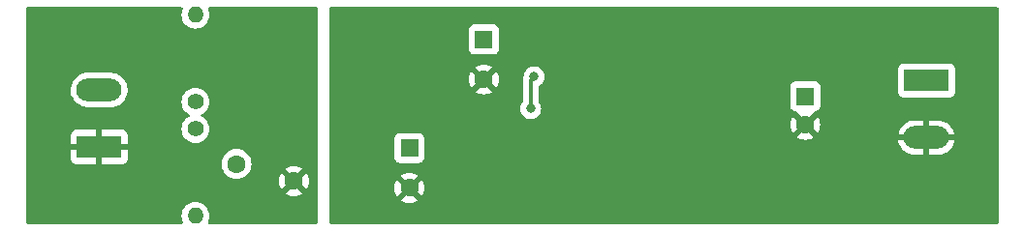
<source format=gbr>
G04 #@! TF.GenerationSoftware,KiCad,Pcbnew,6.0.0-rc1-unknown-c40e921cb3~144~ubuntu20.04.1*
G04 #@! TF.CreationDate,2021-11-22T05:53:21+02:00*
G04 #@! TF.ProjectId,PSU-NONISOLATED,5053552d-4e4f-44e4-9953-4f4c41544544,rev?*
G04 #@! TF.SameCoordinates,Original*
G04 #@! TF.FileFunction,Copper,L2,Bot*
G04 #@! TF.FilePolarity,Positive*
%FSLAX46Y46*%
G04 Gerber Fmt 4.6, Leading zero omitted, Abs format (unit mm)*
G04 Created by KiCad (PCBNEW 6.0.0-rc1-unknown-c40e921cb3~144~ubuntu20.04.1) date 2021-11-22 05:53:21*
%MOMM*%
%LPD*%
G01*
G04 APERTURE LIST*
G04 #@! TA.AperFunction,ComponentPad*
%ADD10C,1.400000*%
G04 #@! TD*
G04 #@! TA.AperFunction,ComponentPad*
%ADD11O,1.400000X1.400000*%
G04 #@! TD*
G04 #@! TA.AperFunction,ComponentPad*
%ADD12R,1.600000X1.600000*%
G04 #@! TD*
G04 #@! TA.AperFunction,ComponentPad*
%ADD13C,1.600000*%
G04 #@! TD*
G04 #@! TA.AperFunction,ComponentPad*
%ADD14R,3.960000X1.980000*%
G04 #@! TD*
G04 #@! TA.AperFunction,ComponentPad*
%ADD15O,3.960000X1.980000*%
G04 #@! TD*
G04 #@! TA.AperFunction,ViaPad*
%ADD16C,0.800000*%
G04 #@! TD*
G04 #@! TA.AperFunction,Conductor*
%ADD17C,0.300000*%
G04 #@! TD*
G04 APERTURE END LIST*
D10*
X76300000Y-53810000D03*
D11*
X76300000Y-46190000D03*
D12*
X95000000Y-57847349D03*
D13*
X95000000Y-61347349D03*
D14*
X140200000Y-51935000D03*
D15*
X140200000Y-56935000D03*
D13*
X79900000Y-59250000D03*
X84900000Y-60750000D03*
D10*
X76300000Y-56190000D03*
D11*
X76300000Y-63810000D03*
D14*
X67900000Y-57765000D03*
D15*
X67900000Y-52765000D03*
D12*
X101500000Y-48347349D03*
D13*
X101500000Y-51847349D03*
D12*
X129600000Y-53317621D03*
D13*
X129600000Y-55817621D03*
D16*
X105900000Y-51600000D03*
X105600000Y-54400000D03*
X131000000Y-48500000D03*
X90800000Y-59300000D03*
X114000000Y-60900000D03*
D17*
X105600000Y-54400000D02*
X105600000Y-51900000D01*
X105600000Y-51900000D02*
X105900000Y-51600000D01*
G04 #@! TA.AperFunction,Conductor*
G36*
X75154930Y-45528002D02*
G01*
X75201423Y-45581658D01*
X75211527Y-45651932D01*
X75201004Y-45687249D01*
X75162369Y-45770103D01*
X75160044Y-45775090D01*
X75105314Y-45979345D01*
X75086884Y-46190000D01*
X75105314Y-46400655D01*
X75160044Y-46604910D01*
X75249411Y-46796558D01*
X75370699Y-46969776D01*
X75520224Y-47119301D01*
X75693442Y-47240589D01*
X75698420Y-47242910D01*
X75698423Y-47242912D01*
X75880108Y-47327633D01*
X75885090Y-47329956D01*
X75890398Y-47331378D01*
X75890400Y-47331379D01*
X76084030Y-47383262D01*
X76084032Y-47383262D01*
X76089345Y-47384686D01*
X76300000Y-47403116D01*
X76510655Y-47384686D01*
X76515968Y-47383262D01*
X76515970Y-47383262D01*
X76709600Y-47331379D01*
X76709602Y-47331378D01*
X76714910Y-47329956D01*
X76719892Y-47327633D01*
X76901577Y-47242912D01*
X76901580Y-47242910D01*
X76906558Y-47240589D01*
X77079776Y-47119301D01*
X77229301Y-46969776D01*
X77350589Y-46796558D01*
X77439956Y-46604910D01*
X77494686Y-46400655D01*
X77513116Y-46190000D01*
X77494686Y-45979345D01*
X77439956Y-45775090D01*
X77437631Y-45770103D01*
X77398996Y-45687249D01*
X77388335Y-45617058D01*
X77417315Y-45552245D01*
X77476735Y-45513389D01*
X77513191Y-45508000D01*
X86874000Y-45508000D01*
X86942121Y-45528002D01*
X86988614Y-45581658D01*
X87000000Y-45634000D01*
X87000000Y-64366000D01*
X86979998Y-64434121D01*
X86926342Y-64480614D01*
X86874000Y-64492000D01*
X77513191Y-64492000D01*
X77445070Y-64471998D01*
X77398577Y-64418342D01*
X77388473Y-64348068D01*
X77398996Y-64312751D01*
X77437631Y-64229897D01*
X77437633Y-64229892D01*
X77439956Y-64224910D01*
X77494686Y-64020655D01*
X77513116Y-63810000D01*
X77494686Y-63599345D01*
X77439956Y-63395090D01*
X77350589Y-63203442D01*
X77229301Y-63030224D01*
X77079776Y-62880699D01*
X76906558Y-62759411D01*
X76901580Y-62757090D01*
X76901577Y-62757088D01*
X76719892Y-62672367D01*
X76719891Y-62672366D01*
X76714910Y-62670044D01*
X76709602Y-62668622D01*
X76709600Y-62668621D01*
X76515970Y-62616738D01*
X76515968Y-62616738D01*
X76510655Y-62615314D01*
X76300000Y-62596884D01*
X76089345Y-62615314D01*
X76084032Y-62616738D01*
X76084030Y-62616738D01*
X75890400Y-62668621D01*
X75890398Y-62668622D01*
X75885090Y-62670044D01*
X75880109Y-62672366D01*
X75880108Y-62672367D01*
X75698423Y-62757088D01*
X75698420Y-62757090D01*
X75693442Y-62759411D01*
X75520224Y-62880699D01*
X75370699Y-63030224D01*
X75249411Y-63203442D01*
X75160044Y-63395090D01*
X75105314Y-63599345D01*
X75086884Y-63810000D01*
X75105314Y-64020655D01*
X75160044Y-64224910D01*
X75162367Y-64229892D01*
X75162369Y-64229897D01*
X75201004Y-64312751D01*
X75211665Y-64382942D01*
X75182685Y-64447755D01*
X75123265Y-64486611D01*
X75086809Y-64492000D01*
X61634000Y-64492000D01*
X61565879Y-64471998D01*
X61519386Y-64418342D01*
X61508000Y-64366000D01*
X61508000Y-61836062D01*
X84178493Y-61836062D01*
X84187789Y-61848077D01*
X84238994Y-61883931D01*
X84248489Y-61889414D01*
X84445947Y-61981490D01*
X84456239Y-61985236D01*
X84666688Y-62041625D01*
X84677481Y-62043528D01*
X84894525Y-62062517D01*
X84905475Y-62062517D01*
X85122519Y-62043528D01*
X85133312Y-62041625D01*
X85343761Y-61985236D01*
X85354053Y-61981490D01*
X85551511Y-61889414D01*
X85561006Y-61883931D01*
X85613048Y-61847491D01*
X85621424Y-61837012D01*
X85614356Y-61823566D01*
X84912812Y-61122022D01*
X84898868Y-61114408D01*
X84897035Y-61114539D01*
X84890420Y-61118790D01*
X84184923Y-61824287D01*
X84178493Y-61836062D01*
X61508000Y-61836062D01*
X61508000Y-60755475D01*
X83587483Y-60755475D01*
X83606472Y-60972519D01*
X83608375Y-60983312D01*
X83664764Y-61193761D01*
X83668510Y-61204053D01*
X83760586Y-61401511D01*
X83766069Y-61411006D01*
X83802509Y-61463048D01*
X83812988Y-61471424D01*
X83826434Y-61464356D01*
X84527978Y-60762812D01*
X84534356Y-60751132D01*
X85264408Y-60751132D01*
X85264539Y-60752965D01*
X85268790Y-60759580D01*
X85974287Y-61465077D01*
X85986062Y-61471507D01*
X85998077Y-61462211D01*
X86033931Y-61411006D01*
X86039414Y-61401511D01*
X86131490Y-61204053D01*
X86135236Y-61193761D01*
X86191625Y-60983312D01*
X86193528Y-60972519D01*
X86212517Y-60755475D01*
X86212517Y-60744525D01*
X86193528Y-60527481D01*
X86191625Y-60516688D01*
X86135236Y-60306239D01*
X86131490Y-60295947D01*
X86039414Y-60098489D01*
X86033931Y-60088994D01*
X85997491Y-60036952D01*
X85987012Y-60028576D01*
X85973566Y-60035644D01*
X85272022Y-60737188D01*
X85264408Y-60751132D01*
X84534356Y-60751132D01*
X84535592Y-60748868D01*
X84535461Y-60747035D01*
X84531210Y-60740420D01*
X83825713Y-60034923D01*
X83813938Y-60028493D01*
X83801923Y-60037789D01*
X83766069Y-60088994D01*
X83760586Y-60098489D01*
X83668510Y-60295947D01*
X83664764Y-60306239D01*
X83608375Y-60516688D01*
X83606472Y-60527481D01*
X83587483Y-60744525D01*
X83587483Y-60755475D01*
X61508000Y-60755475D01*
X61508000Y-58799669D01*
X65412001Y-58799669D01*
X65412371Y-58806490D01*
X65417895Y-58857352D01*
X65421521Y-58872604D01*
X65466676Y-58993054D01*
X65475214Y-59008649D01*
X65551715Y-59110724D01*
X65564276Y-59123285D01*
X65666351Y-59199786D01*
X65681946Y-59208324D01*
X65802394Y-59253478D01*
X65817649Y-59257105D01*
X65868514Y-59262631D01*
X65875328Y-59263000D01*
X67627885Y-59263000D01*
X67643124Y-59258525D01*
X67644329Y-59257135D01*
X67646000Y-59249452D01*
X67646000Y-59244884D01*
X68154000Y-59244884D01*
X68158475Y-59260123D01*
X68159865Y-59261328D01*
X68167548Y-59262999D01*
X69924669Y-59262999D01*
X69931490Y-59262629D01*
X69982352Y-59257105D01*
X69997604Y-59253479D01*
X70006884Y-59250000D01*
X78586502Y-59250000D01*
X78606457Y-59478087D01*
X78607881Y-59483400D01*
X78607881Y-59483402D01*
X78653194Y-59652509D01*
X78665716Y-59699243D01*
X78668039Y-59704224D01*
X78668039Y-59704225D01*
X78760151Y-59901762D01*
X78760154Y-59901767D01*
X78762477Y-59906749D01*
X78765634Y-59911257D01*
X78890087Y-60088994D01*
X78893802Y-60094300D01*
X79055700Y-60256198D01*
X79060208Y-60259355D01*
X79060211Y-60259357D01*
X79112467Y-60295947D01*
X79243251Y-60387523D01*
X79248233Y-60389846D01*
X79248238Y-60389849D01*
X79445775Y-60481961D01*
X79450757Y-60484284D01*
X79456065Y-60485706D01*
X79456067Y-60485707D01*
X79666598Y-60542119D01*
X79666600Y-60542119D01*
X79671913Y-60543543D01*
X79900000Y-60563498D01*
X80128087Y-60543543D01*
X80133400Y-60542119D01*
X80133402Y-60542119D01*
X80343933Y-60485707D01*
X80343935Y-60485706D01*
X80349243Y-60484284D01*
X80354225Y-60481961D01*
X80551762Y-60389849D01*
X80551767Y-60389846D01*
X80556749Y-60387523D01*
X80687533Y-60295947D01*
X80739789Y-60259357D01*
X80739792Y-60259355D01*
X80744300Y-60256198D01*
X80906198Y-60094300D01*
X80909914Y-60088994D01*
X81034366Y-59911257D01*
X81037523Y-59906749D01*
X81039846Y-59901767D01*
X81039849Y-59901762D01*
X81131961Y-59704225D01*
X81131961Y-59704224D01*
X81134284Y-59699243D01*
X81143999Y-59662988D01*
X84178576Y-59662988D01*
X84185644Y-59676434D01*
X84887188Y-60377978D01*
X84901132Y-60385592D01*
X84902965Y-60385461D01*
X84909580Y-60381210D01*
X85615077Y-59675713D01*
X85621507Y-59663938D01*
X85612211Y-59651923D01*
X85561006Y-59616069D01*
X85551511Y-59610586D01*
X85354053Y-59518510D01*
X85343761Y-59514764D01*
X85133312Y-59458375D01*
X85122519Y-59456472D01*
X84905475Y-59437483D01*
X84894525Y-59437483D01*
X84677481Y-59456472D01*
X84666688Y-59458375D01*
X84456239Y-59514764D01*
X84445947Y-59518510D01*
X84248489Y-59610586D01*
X84238994Y-59616069D01*
X84186952Y-59652509D01*
X84178576Y-59662988D01*
X81143999Y-59662988D01*
X81146807Y-59652509D01*
X81192119Y-59483402D01*
X81192119Y-59483400D01*
X81193543Y-59478087D01*
X81213498Y-59250000D01*
X81193543Y-59021913D01*
X81153536Y-58872606D01*
X81135707Y-58806067D01*
X81135706Y-58806065D01*
X81134284Y-58800757D01*
X81131961Y-58795775D01*
X81039849Y-58598238D01*
X81039846Y-58598233D01*
X81037523Y-58593251D01*
X80906198Y-58405700D01*
X80744300Y-58243802D01*
X80739792Y-58240645D01*
X80739789Y-58240643D01*
X80661611Y-58185902D01*
X80556749Y-58112477D01*
X80551767Y-58110154D01*
X80551762Y-58110151D01*
X80354225Y-58018039D01*
X80354224Y-58018039D01*
X80349243Y-58015716D01*
X80343935Y-58014294D01*
X80343933Y-58014293D01*
X80133402Y-57957881D01*
X80133400Y-57957881D01*
X80128087Y-57956457D01*
X79900000Y-57936502D01*
X79671913Y-57956457D01*
X79666600Y-57957881D01*
X79666598Y-57957881D01*
X79456067Y-58014293D01*
X79456065Y-58014294D01*
X79450757Y-58015716D01*
X79445776Y-58018039D01*
X79445775Y-58018039D01*
X79248238Y-58110151D01*
X79248233Y-58110154D01*
X79243251Y-58112477D01*
X79138389Y-58185902D01*
X79060211Y-58240643D01*
X79060208Y-58240645D01*
X79055700Y-58243802D01*
X78893802Y-58405700D01*
X78762477Y-58593251D01*
X78760154Y-58598233D01*
X78760151Y-58598238D01*
X78668039Y-58795775D01*
X78665716Y-58800757D01*
X78664294Y-58806065D01*
X78664293Y-58806067D01*
X78646464Y-58872606D01*
X78606457Y-59021913D01*
X78586502Y-59250000D01*
X70006884Y-59250000D01*
X70118054Y-59208324D01*
X70133649Y-59199786D01*
X70235724Y-59123285D01*
X70248285Y-59110724D01*
X70324786Y-59008649D01*
X70333324Y-58993054D01*
X70378478Y-58872606D01*
X70382105Y-58857351D01*
X70387631Y-58806486D01*
X70388000Y-58799672D01*
X70388000Y-58037115D01*
X70383525Y-58021876D01*
X70382135Y-58020671D01*
X70374452Y-58019000D01*
X68172115Y-58019000D01*
X68156876Y-58023475D01*
X68155671Y-58024865D01*
X68154000Y-58032548D01*
X68154000Y-59244884D01*
X67646000Y-59244884D01*
X67646000Y-58037115D01*
X67641525Y-58021876D01*
X67640135Y-58020671D01*
X67632452Y-58019000D01*
X65430116Y-58019000D01*
X65414877Y-58023475D01*
X65413672Y-58024865D01*
X65412001Y-58032548D01*
X65412001Y-58799669D01*
X61508000Y-58799669D01*
X61508000Y-57492885D01*
X65412000Y-57492885D01*
X65416475Y-57508124D01*
X65417865Y-57509329D01*
X65425548Y-57511000D01*
X67627885Y-57511000D01*
X67643124Y-57506525D01*
X67644329Y-57505135D01*
X67646000Y-57497452D01*
X67646000Y-57492885D01*
X68154000Y-57492885D01*
X68158475Y-57508124D01*
X68159865Y-57509329D01*
X68167548Y-57511000D01*
X70369884Y-57511000D01*
X70385123Y-57506525D01*
X70386328Y-57505135D01*
X70387999Y-57497452D01*
X70387999Y-56730331D01*
X70387629Y-56723510D01*
X70382105Y-56672648D01*
X70378479Y-56657396D01*
X70333324Y-56536946D01*
X70324786Y-56521351D01*
X70248285Y-56419276D01*
X70235724Y-56406715D01*
X70133649Y-56330214D01*
X70118054Y-56321676D01*
X69997606Y-56276522D01*
X69982351Y-56272895D01*
X69931486Y-56267369D01*
X69924672Y-56267000D01*
X68172115Y-56267000D01*
X68156876Y-56271475D01*
X68155671Y-56272865D01*
X68154000Y-56280548D01*
X68154000Y-57492885D01*
X67646000Y-57492885D01*
X67646000Y-56285116D01*
X67641525Y-56269877D01*
X67640135Y-56268672D01*
X67632452Y-56267001D01*
X65875331Y-56267001D01*
X65868510Y-56267371D01*
X65817648Y-56272895D01*
X65802396Y-56276521D01*
X65681946Y-56321676D01*
X65666351Y-56330214D01*
X65564276Y-56406715D01*
X65551715Y-56419276D01*
X65475214Y-56521351D01*
X65466676Y-56536946D01*
X65421522Y-56657394D01*
X65417895Y-56672649D01*
X65412369Y-56723514D01*
X65412000Y-56730328D01*
X65412000Y-57492885D01*
X61508000Y-57492885D01*
X61508000Y-56190000D01*
X75086884Y-56190000D01*
X75105314Y-56400655D01*
X75160044Y-56604910D01*
X75162366Y-56609891D01*
X75162367Y-56609892D01*
X75184519Y-56657396D01*
X75249411Y-56796558D01*
X75370699Y-56969776D01*
X75520224Y-57119301D01*
X75693442Y-57240589D01*
X75698420Y-57242910D01*
X75698423Y-57242912D01*
X75880108Y-57327633D01*
X75885090Y-57329956D01*
X75890398Y-57331378D01*
X75890400Y-57331379D01*
X76084030Y-57383262D01*
X76084032Y-57383262D01*
X76089345Y-57384686D01*
X76300000Y-57403116D01*
X76510655Y-57384686D01*
X76515968Y-57383262D01*
X76515970Y-57383262D01*
X76709600Y-57331379D01*
X76709602Y-57331378D01*
X76714910Y-57329956D01*
X76719892Y-57327633D01*
X76901577Y-57242912D01*
X76901580Y-57242910D01*
X76906558Y-57240589D01*
X77079776Y-57119301D01*
X77229301Y-56969776D01*
X77350589Y-56796558D01*
X77415482Y-56657396D01*
X77437633Y-56609892D01*
X77437634Y-56609891D01*
X77439956Y-56604910D01*
X77494686Y-56400655D01*
X77513116Y-56190000D01*
X77494686Y-55979345D01*
X77439956Y-55775090D01*
X77350589Y-55583442D01*
X77229301Y-55410224D01*
X77079776Y-55260699D01*
X76906558Y-55139411D01*
X76901580Y-55137090D01*
X76901577Y-55137088D01*
X76852482Y-55114195D01*
X76799197Y-55067278D01*
X76779736Y-54999001D01*
X76800278Y-54931041D01*
X76852482Y-54885805D01*
X76901577Y-54862912D01*
X76901580Y-54862910D01*
X76906558Y-54860589D01*
X77079776Y-54739301D01*
X77229301Y-54589776D01*
X77350589Y-54416558D01*
X77428982Y-54248445D01*
X77437633Y-54229892D01*
X77437634Y-54229891D01*
X77439956Y-54224910D01*
X77452651Y-54177534D01*
X77493262Y-54025970D01*
X77493262Y-54025968D01*
X77494686Y-54020655D01*
X77513116Y-53810000D01*
X77494686Y-53599345D01*
X77439956Y-53395090D01*
X77437633Y-53390108D01*
X77352912Y-53208423D01*
X77352910Y-53208420D01*
X77350589Y-53203442D01*
X77229301Y-53030224D01*
X77079776Y-52880699D01*
X76906558Y-52759411D01*
X76901580Y-52757090D01*
X76901577Y-52757088D01*
X76719892Y-52672367D01*
X76719891Y-52672366D01*
X76714910Y-52670044D01*
X76709602Y-52668622D01*
X76709600Y-52668621D01*
X76515970Y-52616738D01*
X76515968Y-52616738D01*
X76510655Y-52615314D01*
X76300000Y-52596884D01*
X76089345Y-52615314D01*
X76084032Y-52616738D01*
X76084030Y-52616738D01*
X75890400Y-52668621D01*
X75890398Y-52668622D01*
X75885090Y-52670044D01*
X75880109Y-52672366D01*
X75880108Y-52672367D01*
X75698423Y-52757088D01*
X75698420Y-52757090D01*
X75693442Y-52759411D01*
X75520224Y-52880699D01*
X75370699Y-53030224D01*
X75249411Y-53203442D01*
X75247090Y-53208420D01*
X75247088Y-53208423D01*
X75162367Y-53390108D01*
X75160044Y-53395090D01*
X75105314Y-53599345D01*
X75086884Y-53810000D01*
X75105314Y-54020655D01*
X75106738Y-54025968D01*
X75106738Y-54025970D01*
X75147350Y-54177534D01*
X75160044Y-54224910D01*
X75162366Y-54229891D01*
X75162367Y-54229892D01*
X75171019Y-54248445D01*
X75249411Y-54416558D01*
X75370699Y-54589776D01*
X75520224Y-54739301D01*
X75693442Y-54860589D01*
X75698420Y-54862910D01*
X75698423Y-54862912D01*
X75747518Y-54885805D01*
X75800803Y-54932722D01*
X75820264Y-55000999D01*
X75799722Y-55068959D01*
X75747518Y-55114195D01*
X75698423Y-55137088D01*
X75698420Y-55137090D01*
X75693442Y-55139411D01*
X75520224Y-55260699D01*
X75370699Y-55410224D01*
X75249411Y-55583442D01*
X75160044Y-55775090D01*
X75105314Y-55979345D01*
X75086884Y-56190000D01*
X61508000Y-56190000D01*
X61508000Y-52869888D01*
X65410027Y-52869888D01*
X65447299Y-53113464D01*
X65523853Y-53347682D01*
X65526241Y-53352270D01*
X65526243Y-53352274D01*
X65548532Y-53395090D01*
X65637633Y-53566252D01*
X65640736Y-53570385D01*
X65640738Y-53570388D01*
X65782479Y-53759168D01*
X65785584Y-53763303D01*
X65963731Y-53933545D01*
X65968003Y-53936459D01*
X65968004Y-53936460D01*
X66163011Y-54069485D01*
X66163016Y-54069488D01*
X66167291Y-54072404D01*
X66171980Y-54074580D01*
X66171986Y-54074584D01*
X66386106Y-54173975D01*
X66386111Y-54173977D01*
X66390797Y-54176152D01*
X66395775Y-54177532D01*
X66395779Y-54177534D01*
X66584579Y-54229892D01*
X66628247Y-54242002D01*
X66734864Y-54253396D01*
X66826071Y-54263144D01*
X66826079Y-54263144D01*
X66829406Y-54263500D01*
X68952469Y-54263500D01*
X68955042Y-54263288D01*
X68955053Y-54263288D01*
X69130432Y-54248869D01*
X69130438Y-54248868D01*
X69135583Y-54248445D01*
X69255077Y-54218430D01*
X69369559Y-54189675D01*
X69369563Y-54189674D01*
X69374570Y-54188416D01*
X69379303Y-54186358D01*
X69379306Y-54186357D01*
X69595807Y-54092220D01*
X69595810Y-54092218D01*
X69600544Y-54090160D01*
X69604878Y-54087356D01*
X69604882Y-54087354D01*
X69803092Y-53959126D01*
X69803098Y-53959121D01*
X69807436Y-53956315D01*
X69829257Y-53936460D01*
X69974251Y-53804525D01*
X69989690Y-53790477D01*
X69992889Y-53786426D01*
X69992893Y-53786422D01*
X70139205Y-53601157D01*
X70142410Y-53597099D01*
X70261497Y-53381375D01*
X70343750Y-53149097D01*
X70386963Y-52906505D01*
X70389973Y-52660112D01*
X70352701Y-52416536D01*
X70276147Y-52182318D01*
X70162367Y-51963748D01*
X70139207Y-51932901D01*
X70017521Y-51770832D01*
X70017519Y-51770830D01*
X70014416Y-51766697D01*
X69836269Y-51596455D01*
X69807994Y-51577167D01*
X69636989Y-51460515D01*
X69636984Y-51460512D01*
X69632709Y-51457596D01*
X69628020Y-51455420D01*
X69628014Y-51455416D01*
X69413894Y-51356025D01*
X69413889Y-51356023D01*
X69409203Y-51353848D01*
X69404225Y-51352468D01*
X69404221Y-51352466D01*
X69176726Y-51289377D01*
X69176725Y-51289377D01*
X69171753Y-51287998D01*
X69065136Y-51276604D01*
X68973929Y-51266856D01*
X68973921Y-51266856D01*
X68970594Y-51266500D01*
X66847531Y-51266500D01*
X66844958Y-51266712D01*
X66844947Y-51266712D01*
X66669568Y-51281131D01*
X66669562Y-51281132D01*
X66664417Y-51281555D01*
X66544924Y-51311569D01*
X66430441Y-51340325D01*
X66430437Y-51340326D01*
X66425430Y-51341584D01*
X66420697Y-51343642D01*
X66420694Y-51343643D01*
X66204193Y-51437780D01*
X66204190Y-51437782D01*
X66199456Y-51439840D01*
X66195122Y-51442644D01*
X66195118Y-51442646D01*
X65996908Y-51570874D01*
X65996902Y-51570879D01*
X65992564Y-51573685D01*
X65988739Y-51577165D01*
X65988737Y-51577167D01*
X65934598Y-51626430D01*
X65810310Y-51739523D01*
X65807111Y-51743574D01*
X65807107Y-51743578D01*
X65698861Y-51880643D01*
X65657590Y-51932901D01*
X65538503Y-52148625D01*
X65456250Y-52380903D01*
X65455343Y-52385995D01*
X65414241Y-52616738D01*
X65413037Y-52623495D01*
X65410027Y-52869888D01*
X61508000Y-52869888D01*
X61508000Y-45634000D01*
X61528002Y-45565879D01*
X61581658Y-45519386D01*
X61634000Y-45508000D01*
X75086809Y-45508000D01*
X75154930Y-45528002D01*
G37*
G04 #@! TD.AperFunction*
G04 #@! TA.AperFunction,Conductor*
G36*
X146434121Y-45528002D02*
G01*
X146480614Y-45581658D01*
X146492000Y-45634000D01*
X146492000Y-64366000D01*
X146471998Y-64434121D01*
X146418342Y-64480614D01*
X146366000Y-64492000D01*
X88126000Y-64492000D01*
X88057879Y-64471998D01*
X88011386Y-64418342D01*
X88000000Y-64366000D01*
X88000000Y-62433411D01*
X94278493Y-62433411D01*
X94287789Y-62445426D01*
X94338994Y-62481280D01*
X94348489Y-62486763D01*
X94545947Y-62578839D01*
X94556239Y-62582585D01*
X94766688Y-62638974D01*
X94777481Y-62640877D01*
X94994525Y-62659866D01*
X95005475Y-62659866D01*
X95222519Y-62640877D01*
X95233312Y-62638974D01*
X95443761Y-62582585D01*
X95454053Y-62578839D01*
X95651511Y-62486763D01*
X95661006Y-62481280D01*
X95713048Y-62444840D01*
X95721424Y-62434361D01*
X95714356Y-62420915D01*
X95012812Y-61719371D01*
X94998868Y-61711757D01*
X94997035Y-61711888D01*
X94990420Y-61716139D01*
X94284923Y-62421636D01*
X94278493Y-62433411D01*
X88000000Y-62433411D01*
X88000000Y-61352824D01*
X93687483Y-61352824D01*
X93706472Y-61569868D01*
X93708375Y-61580661D01*
X93764764Y-61791110D01*
X93768510Y-61801402D01*
X93860586Y-61998860D01*
X93866069Y-62008355D01*
X93902509Y-62060397D01*
X93912988Y-62068773D01*
X93926434Y-62061705D01*
X94627978Y-61360161D01*
X94634356Y-61348481D01*
X95364408Y-61348481D01*
X95364539Y-61350314D01*
X95368790Y-61356929D01*
X96074287Y-62062426D01*
X96086062Y-62068856D01*
X96098077Y-62059560D01*
X96133931Y-62008355D01*
X96139414Y-61998860D01*
X96231490Y-61801402D01*
X96235236Y-61791110D01*
X96291625Y-61580661D01*
X96293528Y-61569868D01*
X96312517Y-61352824D01*
X96312517Y-61341874D01*
X96293528Y-61124830D01*
X96291625Y-61114037D01*
X96235236Y-60903588D01*
X96231490Y-60893296D01*
X96139414Y-60695838D01*
X96133931Y-60686343D01*
X96097491Y-60634301D01*
X96087012Y-60625925D01*
X96073566Y-60632993D01*
X95372022Y-61334537D01*
X95364408Y-61348481D01*
X94634356Y-61348481D01*
X94635592Y-61346217D01*
X94635461Y-61344384D01*
X94631210Y-61337769D01*
X93925713Y-60632272D01*
X93913938Y-60625842D01*
X93901923Y-60635138D01*
X93866069Y-60686343D01*
X93860586Y-60695838D01*
X93768510Y-60893296D01*
X93764764Y-60903588D01*
X93708375Y-61114037D01*
X93706472Y-61124830D01*
X93687483Y-61341874D01*
X93687483Y-61352824D01*
X88000000Y-61352824D01*
X88000000Y-60260337D01*
X94278576Y-60260337D01*
X94285644Y-60273783D01*
X94987188Y-60975327D01*
X95001132Y-60982941D01*
X95002965Y-60982810D01*
X95009580Y-60978559D01*
X95715077Y-60273062D01*
X95721507Y-60261287D01*
X95712211Y-60249272D01*
X95661006Y-60213418D01*
X95651511Y-60207935D01*
X95454053Y-60115859D01*
X95443761Y-60112113D01*
X95233312Y-60055724D01*
X95222519Y-60053821D01*
X95005475Y-60034832D01*
X94994525Y-60034832D01*
X94777481Y-60053821D01*
X94766688Y-60055724D01*
X94556239Y-60112113D01*
X94545947Y-60115859D01*
X94348489Y-60207935D01*
X94338994Y-60213418D01*
X94286952Y-60249858D01*
X94278576Y-60260337D01*
X88000000Y-60260337D01*
X88000000Y-58695483D01*
X93691500Y-58695483D01*
X93698255Y-58757665D01*
X93749385Y-58894054D01*
X93836739Y-59010610D01*
X93953295Y-59097964D01*
X94089684Y-59149094D01*
X94151866Y-59155849D01*
X95848134Y-59155849D01*
X95910316Y-59149094D01*
X96046705Y-59097964D01*
X96163261Y-59010610D01*
X96250615Y-58894054D01*
X96301745Y-58757665D01*
X96308500Y-58695483D01*
X96308500Y-57207194D01*
X137736135Y-57207194D01*
X137747006Y-57278236D01*
X137749395Y-57288263D01*
X137822709Y-57512570D01*
X137826706Y-57522079D01*
X137935669Y-57731395D01*
X137941163Y-57740120D01*
X138082854Y-57928835D01*
X138089697Y-57936542D01*
X138260310Y-58099584D01*
X138268316Y-58106067D01*
X138463274Y-58239057D01*
X138472226Y-58244143D01*
X138686285Y-58343506D01*
X138695945Y-58347060D01*
X138923369Y-58410130D01*
X138933473Y-58412057D01*
X139126102Y-58432644D01*
X139132794Y-58433000D01*
X139927885Y-58433000D01*
X139943124Y-58428525D01*
X139944329Y-58427135D01*
X139946000Y-58419452D01*
X139946000Y-58414885D01*
X140454000Y-58414885D01*
X140458475Y-58430124D01*
X140459865Y-58431329D01*
X140467548Y-58433000D01*
X141249857Y-58433000D01*
X141255030Y-58432788D01*
X141430350Y-58418374D01*
X141440512Y-58416691D01*
X141669396Y-58359200D01*
X141679151Y-58355879D01*
X141895557Y-58261782D01*
X141904655Y-58256904D01*
X142102787Y-58128727D01*
X142110956Y-58122437D01*
X142285501Y-57963613D01*
X142292526Y-57956080D01*
X142438787Y-57770880D01*
X142444492Y-57762293D01*
X142558536Y-57555703D01*
X142562766Y-57546291D01*
X142641539Y-57323844D01*
X142644173Y-57313873D01*
X142663239Y-57206837D01*
X142661779Y-57193540D01*
X142647222Y-57189000D01*
X140472115Y-57189000D01*
X140456876Y-57193475D01*
X140455671Y-57194865D01*
X140454000Y-57202548D01*
X140454000Y-58414885D01*
X139946000Y-58414885D01*
X139946000Y-57207115D01*
X139941525Y-57191876D01*
X139940135Y-57190671D01*
X139932452Y-57189000D01*
X137751466Y-57189000D01*
X137738122Y-57192918D01*
X137736135Y-57207194D01*
X96308500Y-57207194D01*
X96308500Y-56999215D01*
X96301745Y-56937033D01*
X96289243Y-56903683D01*
X128878493Y-56903683D01*
X128887789Y-56915698D01*
X128938994Y-56951552D01*
X128948489Y-56957035D01*
X129145947Y-57049111D01*
X129156239Y-57052857D01*
X129366688Y-57109246D01*
X129377481Y-57111149D01*
X129594525Y-57130138D01*
X129605475Y-57130138D01*
X129822519Y-57111149D01*
X129833312Y-57109246D01*
X130043761Y-57052857D01*
X130054053Y-57049111D01*
X130251511Y-56957035D01*
X130261006Y-56951552D01*
X130313048Y-56915112D01*
X130321424Y-56904633D01*
X130314356Y-56891187D01*
X130086332Y-56663163D01*
X137736761Y-56663163D01*
X137738221Y-56676460D01*
X137752778Y-56681000D01*
X139927885Y-56681000D01*
X139943124Y-56676525D01*
X139944329Y-56675135D01*
X139946000Y-56667452D01*
X139946000Y-56662885D01*
X140454000Y-56662885D01*
X140458475Y-56678124D01*
X140459865Y-56679329D01*
X140467548Y-56681000D01*
X142648534Y-56681000D01*
X142661878Y-56677082D01*
X142663865Y-56662806D01*
X142652994Y-56591764D01*
X142650605Y-56581737D01*
X142577291Y-56357430D01*
X142573294Y-56347921D01*
X142464331Y-56138605D01*
X142458837Y-56129880D01*
X142317146Y-55941165D01*
X142310303Y-55933458D01*
X142139690Y-55770416D01*
X142131684Y-55763933D01*
X141936726Y-55630943D01*
X141927774Y-55625857D01*
X141713715Y-55526494D01*
X141704055Y-55522940D01*
X141476631Y-55459870D01*
X141466527Y-55457943D01*
X141273898Y-55437356D01*
X141267206Y-55437000D01*
X140472115Y-55437000D01*
X140456876Y-55441475D01*
X140455671Y-55442865D01*
X140454000Y-55450548D01*
X140454000Y-56662885D01*
X139946000Y-56662885D01*
X139946000Y-55455115D01*
X139941525Y-55439876D01*
X139940135Y-55438671D01*
X139932452Y-55437000D01*
X139150143Y-55437000D01*
X139144970Y-55437212D01*
X138969650Y-55451626D01*
X138959488Y-55453309D01*
X138730604Y-55510800D01*
X138720849Y-55514121D01*
X138504443Y-55608218D01*
X138495345Y-55613096D01*
X138297213Y-55741273D01*
X138289044Y-55747563D01*
X138114499Y-55906387D01*
X138107474Y-55913920D01*
X137961213Y-56099120D01*
X137955508Y-56107707D01*
X137841464Y-56314297D01*
X137837234Y-56323709D01*
X137758461Y-56546156D01*
X137755827Y-56556127D01*
X137736761Y-56663163D01*
X130086332Y-56663163D01*
X129612812Y-56189643D01*
X129598868Y-56182029D01*
X129597035Y-56182160D01*
X129590420Y-56186411D01*
X128884923Y-56891908D01*
X128878493Y-56903683D01*
X96289243Y-56903683D01*
X96250615Y-56800644D01*
X96163261Y-56684088D01*
X96046705Y-56596734D01*
X95910316Y-56545604D01*
X95848134Y-56538849D01*
X94151866Y-56538849D01*
X94089684Y-56545604D01*
X93953295Y-56596734D01*
X93836739Y-56684088D01*
X93749385Y-56800644D01*
X93698255Y-56937033D01*
X93691500Y-56999215D01*
X93691500Y-58695483D01*
X88000000Y-58695483D01*
X88000000Y-55823096D01*
X128287483Y-55823096D01*
X128306472Y-56040140D01*
X128308375Y-56050933D01*
X128364764Y-56261382D01*
X128368510Y-56271674D01*
X128460586Y-56469132D01*
X128466069Y-56478627D01*
X128502509Y-56530669D01*
X128512988Y-56539045D01*
X128526434Y-56531977D01*
X129227978Y-55830433D01*
X129234356Y-55818753D01*
X129964408Y-55818753D01*
X129964539Y-55820586D01*
X129968790Y-55827201D01*
X130674287Y-56532698D01*
X130686062Y-56539128D01*
X130698077Y-56529832D01*
X130733931Y-56478627D01*
X130739414Y-56469132D01*
X130831490Y-56271674D01*
X130835236Y-56261382D01*
X130891625Y-56050933D01*
X130893528Y-56040140D01*
X130912517Y-55823096D01*
X130912517Y-55812146D01*
X130893528Y-55595102D01*
X130891625Y-55584309D01*
X130835236Y-55373860D01*
X130831490Y-55363568D01*
X130739414Y-55166110D01*
X130733931Y-55156615D01*
X130697491Y-55104573D01*
X130687012Y-55096197D01*
X130673566Y-55103265D01*
X129972022Y-55804809D01*
X129964408Y-55818753D01*
X129234356Y-55818753D01*
X129235592Y-55816489D01*
X129235461Y-55814656D01*
X129231210Y-55808041D01*
X128525713Y-55102544D01*
X128513938Y-55096114D01*
X128501923Y-55105410D01*
X128466069Y-55156615D01*
X128460586Y-55166110D01*
X128368510Y-55363568D01*
X128364764Y-55373860D01*
X128308375Y-55584309D01*
X128306472Y-55595102D01*
X128287483Y-55812146D01*
X128287483Y-55823096D01*
X88000000Y-55823096D01*
X88000000Y-54400000D01*
X104686496Y-54400000D01*
X104706458Y-54589928D01*
X104765473Y-54771556D01*
X104860960Y-54936944D01*
X104988747Y-55078866D01*
X105024130Y-55104573D01*
X105108828Y-55166110D01*
X105143248Y-55191118D01*
X105149276Y-55193802D01*
X105149278Y-55193803D01*
X105311681Y-55266109D01*
X105317712Y-55268794D01*
X105411113Y-55288647D01*
X105498056Y-55307128D01*
X105498061Y-55307128D01*
X105504513Y-55308500D01*
X105695487Y-55308500D01*
X105701939Y-55307128D01*
X105701944Y-55307128D01*
X105788887Y-55288647D01*
X105882288Y-55268794D01*
X105888319Y-55266109D01*
X106050722Y-55193803D01*
X106050724Y-55193802D01*
X106056752Y-55191118D01*
X106091173Y-55166110D01*
X106175870Y-55104573D01*
X106211253Y-55078866D01*
X106339040Y-54936944D01*
X106434527Y-54771556D01*
X106493542Y-54589928D01*
X106513504Y-54400000D01*
X106508871Y-54355918D01*
X106494232Y-54216635D01*
X106494232Y-54216633D01*
X106493542Y-54210072D01*
X106479142Y-54165755D01*
X128291500Y-54165755D01*
X128298255Y-54227937D01*
X128349385Y-54364326D01*
X128436739Y-54480882D01*
X128553295Y-54568236D01*
X128689684Y-54619366D01*
X128733252Y-54624099D01*
X128748486Y-54625754D01*
X128748489Y-54625754D01*
X128751866Y-54626121D01*
X128755185Y-54626121D01*
X128822110Y-54649774D01*
X128857804Y-54695777D01*
X128859734Y-54694762D01*
X128865442Y-54705621D01*
X128865632Y-54705866D01*
X128865653Y-54706024D01*
X128885644Y-54744055D01*
X129587188Y-55445599D01*
X129601132Y-55453213D01*
X129602965Y-55453082D01*
X129609580Y-55448831D01*
X130315077Y-54743334D01*
X130337871Y-54701592D01*
X130340047Y-54691592D01*
X130390253Y-54641394D01*
X130443814Y-54626170D01*
X130444719Y-54626121D01*
X130448134Y-54626121D01*
X130451530Y-54625752D01*
X130451532Y-54625752D01*
X130463879Y-54624411D01*
X130510316Y-54619366D01*
X130646705Y-54568236D01*
X130763261Y-54480882D01*
X130850615Y-54364326D01*
X130901745Y-54227937D01*
X130908500Y-54165755D01*
X130908500Y-52973134D01*
X137711500Y-52973134D01*
X137718255Y-53035316D01*
X137769385Y-53171705D01*
X137856739Y-53288261D01*
X137973295Y-53375615D01*
X138109684Y-53426745D01*
X138171866Y-53433500D01*
X142228134Y-53433500D01*
X142290316Y-53426745D01*
X142426705Y-53375615D01*
X142543261Y-53288261D01*
X142630615Y-53171705D01*
X142681745Y-53035316D01*
X142688500Y-52973134D01*
X142688500Y-50896866D01*
X142681745Y-50834684D01*
X142630615Y-50698295D01*
X142543261Y-50581739D01*
X142426705Y-50494385D01*
X142290316Y-50443255D01*
X142228134Y-50436500D01*
X138171866Y-50436500D01*
X138109684Y-50443255D01*
X137973295Y-50494385D01*
X137856739Y-50581739D01*
X137769385Y-50698295D01*
X137718255Y-50834684D01*
X137711500Y-50896866D01*
X137711500Y-52973134D01*
X130908500Y-52973134D01*
X130908500Y-52469487D01*
X130901745Y-52407305D01*
X130850615Y-52270916D01*
X130763261Y-52154360D01*
X130646705Y-52067006D01*
X130510316Y-52015876D01*
X130448134Y-52009121D01*
X128751866Y-52009121D01*
X128689684Y-52015876D01*
X128553295Y-52067006D01*
X128436739Y-52154360D01*
X128349385Y-52270916D01*
X128298255Y-52407305D01*
X128291500Y-52469487D01*
X128291500Y-54165755D01*
X106479142Y-54165755D01*
X106434527Y-54028444D01*
X106339040Y-53863056D01*
X106290864Y-53809551D01*
X106260146Y-53745544D01*
X106258500Y-53725241D01*
X106258500Y-52516688D01*
X106278502Y-52448567D01*
X106333251Y-52401582D01*
X106350715Y-52393806D01*
X106350716Y-52393805D01*
X106356752Y-52391118D01*
X106511253Y-52278866D01*
X106524882Y-52263730D01*
X106634621Y-52141852D01*
X106634622Y-52141851D01*
X106639040Y-52136944D01*
X106734527Y-51971556D01*
X106793542Y-51789928D01*
X106796641Y-51760448D01*
X106812814Y-51606565D01*
X106813504Y-51600000D01*
X106800740Y-51478559D01*
X106794232Y-51416635D01*
X106794232Y-51416633D01*
X106793542Y-51410072D01*
X106734527Y-51228444D01*
X106639040Y-51063056D01*
X106511253Y-50921134D01*
X106392265Y-50834684D01*
X106362094Y-50812763D01*
X106362093Y-50812762D01*
X106356752Y-50808882D01*
X106350724Y-50806198D01*
X106350722Y-50806197D01*
X106188319Y-50733891D01*
X106188318Y-50733891D01*
X106182288Y-50731206D01*
X106088887Y-50711353D01*
X106001944Y-50692872D01*
X106001939Y-50692872D01*
X105995487Y-50691500D01*
X105804513Y-50691500D01*
X105798061Y-50692872D01*
X105798056Y-50692872D01*
X105711112Y-50711353D01*
X105617712Y-50731206D01*
X105611682Y-50733891D01*
X105611681Y-50733891D01*
X105449278Y-50806197D01*
X105449276Y-50806198D01*
X105443248Y-50808882D01*
X105437907Y-50812762D01*
X105437906Y-50812763D01*
X105407735Y-50834684D01*
X105288747Y-50921134D01*
X105160960Y-51063056D01*
X105065473Y-51228444D01*
X105006458Y-51410072D01*
X105005768Y-51416633D01*
X105005768Y-51416635D01*
X104999260Y-51478559D01*
X104986496Y-51600000D01*
X104987186Y-51606565D01*
X104987186Y-51606566D01*
X104987349Y-51608117D01*
X104987186Y-51609307D01*
X104987186Y-51613169D01*
X104986657Y-51613169D01*
X104980905Y-51655155D01*
X104982877Y-51655661D01*
X104982876Y-51655663D01*
X104977541Y-51676441D01*
X104971142Y-51695131D01*
X104962620Y-51714824D01*
X104961380Y-51722655D01*
X104955394Y-51760448D01*
X104952987Y-51772071D01*
X104946791Y-51796206D01*
X104941500Y-51816812D01*
X104941500Y-51838259D01*
X104939949Y-51857969D01*
X104936594Y-51879152D01*
X104937340Y-51887043D01*
X104940941Y-51925138D01*
X104941500Y-51936996D01*
X104941500Y-53725241D01*
X104921498Y-53793362D01*
X104909136Y-53809551D01*
X104860960Y-53863056D01*
X104765473Y-54028444D01*
X104706458Y-54210072D01*
X104705768Y-54216633D01*
X104705768Y-54216635D01*
X104691129Y-54355918D01*
X104686496Y-54400000D01*
X88000000Y-54400000D01*
X88000000Y-52933411D01*
X100778493Y-52933411D01*
X100787789Y-52945426D01*
X100838994Y-52981280D01*
X100848489Y-52986763D01*
X101045947Y-53078839D01*
X101056239Y-53082585D01*
X101266688Y-53138974D01*
X101277481Y-53140877D01*
X101494525Y-53159866D01*
X101505475Y-53159866D01*
X101722519Y-53140877D01*
X101733312Y-53138974D01*
X101943761Y-53082585D01*
X101954053Y-53078839D01*
X102151511Y-52986763D01*
X102161006Y-52981280D01*
X102213048Y-52944840D01*
X102221424Y-52934361D01*
X102214356Y-52920915D01*
X101512812Y-52219371D01*
X101498868Y-52211757D01*
X101497035Y-52211888D01*
X101490420Y-52216139D01*
X100784923Y-52921636D01*
X100778493Y-52933411D01*
X88000000Y-52933411D01*
X88000000Y-51852824D01*
X100187483Y-51852824D01*
X100206472Y-52069868D01*
X100208375Y-52080661D01*
X100264764Y-52291110D01*
X100268510Y-52301402D01*
X100360586Y-52498860D01*
X100366069Y-52508355D01*
X100402509Y-52560397D01*
X100412988Y-52568773D01*
X100426434Y-52561705D01*
X101127978Y-51860161D01*
X101134356Y-51848481D01*
X101864408Y-51848481D01*
X101864539Y-51850314D01*
X101868790Y-51856929D01*
X102574287Y-52562426D01*
X102586062Y-52568856D01*
X102598077Y-52559560D01*
X102633931Y-52508355D01*
X102639414Y-52498860D01*
X102731490Y-52301402D01*
X102735236Y-52291110D01*
X102791625Y-52080661D01*
X102793528Y-52069868D01*
X102812517Y-51852824D01*
X102812517Y-51841874D01*
X102793528Y-51624830D01*
X102791625Y-51614037D01*
X102735236Y-51403588D01*
X102731490Y-51393296D01*
X102639414Y-51195838D01*
X102633931Y-51186343D01*
X102597491Y-51134301D01*
X102587012Y-51125925D01*
X102573566Y-51132993D01*
X101872022Y-51834537D01*
X101864408Y-51848481D01*
X101134356Y-51848481D01*
X101135592Y-51846217D01*
X101135461Y-51844384D01*
X101131210Y-51837769D01*
X100425713Y-51132272D01*
X100413938Y-51125842D01*
X100401923Y-51135138D01*
X100366069Y-51186343D01*
X100360586Y-51195838D01*
X100268510Y-51393296D01*
X100264764Y-51403588D01*
X100208375Y-51614037D01*
X100206472Y-51624830D01*
X100187483Y-51841874D01*
X100187483Y-51852824D01*
X88000000Y-51852824D01*
X88000000Y-50760337D01*
X100778576Y-50760337D01*
X100785644Y-50773783D01*
X101487188Y-51475327D01*
X101501132Y-51482941D01*
X101502965Y-51482810D01*
X101509580Y-51478559D01*
X102215077Y-50773062D01*
X102221507Y-50761287D01*
X102212211Y-50749272D01*
X102161006Y-50713418D01*
X102151511Y-50707935D01*
X101954053Y-50615859D01*
X101943761Y-50612113D01*
X101733312Y-50555724D01*
X101722519Y-50553821D01*
X101505475Y-50534832D01*
X101494525Y-50534832D01*
X101277481Y-50553821D01*
X101266688Y-50555724D01*
X101056239Y-50612113D01*
X101045947Y-50615859D01*
X100848489Y-50707935D01*
X100838994Y-50713418D01*
X100786952Y-50749858D01*
X100778576Y-50760337D01*
X88000000Y-50760337D01*
X88000000Y-49195483D01*
X100191500Y-49195483D01*
X100198255Y-49257665D01*
X100249385Y-49394054D01*
X100336739Y-49510610D01*
X100453295Y-49597964D01*
X100589684Y-49649094D01*
X100651866Y-49655849D01*
X102348134Y-49655849D01*
X102410316Y-49649094D01*
X102546705Y-49597964D01*
X102663261Y-49510610D01*
X102750615Y-49394054D01*
X102801745Y-49257665D01*
X102808500Y-49195483D01*
X102808500Y-47499215D01*
X102801745Y-47437033D01*
X102750615Y-47300644D01*
X102663261Y-47184088D01*
X102546705Y-47096734D01*
X102410316Y-47045604D01*
X102348134Y-47038849D01*
X100651866Y-47038849D01*
X100589684Y-47045604D01*
X100453295Y-47096734D01*
X100336739Y-47184088D01*
X100249385Y-47300644D01*
X100198255Y-47437033D01*
X100191500Y-47499215D01*
X100191500Y-49195483D01*
X88000000Y-49195483D01*
X88000000Y-45634000D01*
X88020002Y-45565879D01*
X88073658Y-45519386D01*
X88126000Y-45508000D01*
X146366000Y-45508000D01*
X146434121Y-45528002D01*
G37*
G04 #@! TD.AperFunction*
M02*

</source>
